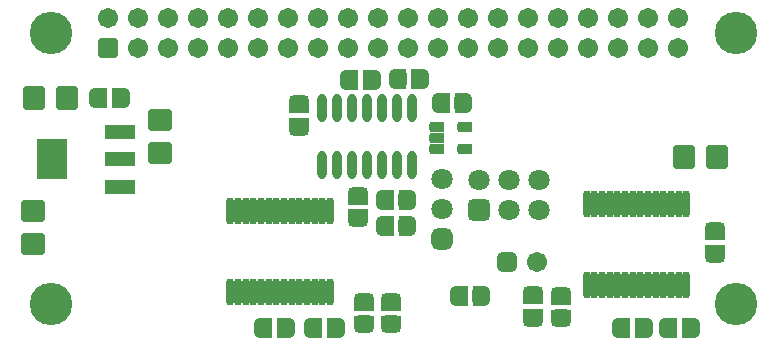
<source format=gts>
G04 Layer_Color=8388736*
%FSAX24Y24*%
%MOIN*%
G70*
G01*
G75*
G04:AMPARAMS|DCode=37|XSize=67.1mil|YSize=59.2mil|CornerRadius=16.8mil|HoleSize=0mil|Usage=FLASHONLY|Rotation=180.000|XOffset=0mil|YOffset=0mil|HoleType=Round|Shape=RoundedRectangle|*
%AMROUNDEDRECTD37*
21,1,0.0671,0.0256,0,0,180.0*
21,1,0.0335,0.0592,0,0,180.0*
1,1,0.0336,-0.0167,0.0128*
1,1,0.0336,0.0167,0.0128*
1,1,0.0336,0.0167,-0.0128*
1,1,0.0336,-0.0167,-0.0128*
%
%ADD37ROUNDEDRECTD37*%
G04:AMPARAMS|DCode=38|XSize=67.1mil|YSize=59.2mil|CornerRadius=16.8mil|HoleSize=0mil|Usage=FLASHONLY|Rotation=90.000|XOffset=0mil|YOffset=0mil|HoleType=Round|Shape=RoundedRectangle|*
%AMROUNDEDRECTD38*
21,1,0.0671,0.0256,0,0,90.0*
21,1,0.0335,0.0592,0,0,90.0*
1,1,0.0336,0.0128,0.0167*
1,1,0.0336,0.0128,-0.0167*
1,1,0.0336,-0.0128,-0.0167*
1,1,0.0336,-0.0128,0.0167*
%
%ADD38ROUNDEDRECTD38*%
%ADD39O,0.0316X0.0946*%
G04:AMPARAMS|DCode=40|XSize=34.4mil|YSize=50mil|CornerRadius=7.3mil|HoleSize=0mil|Usage=FLASHONLY|Rotation=90.000|XOffset=0mil|YOffset=0mil|HoleType=Round|Shape=RoundedRectangle|*
%AMROUNDEDRECTD40*
21,1,0.0344,0.0354,0,0,90.0*
21,1,0.0198,0.0500,0,0,90.0*
1,1,0.0146,0.0177,0.0099*
1,1,0.0146,0.0177,-0.0099*
1,1,0.0146,-0.0177,-0.0099*
1,1,0.0146,-0.0177,0.0099*
%
%ADD40ROUNDEDRECTD40*%
%ADD41O,0.0257X0.0907*%
G04:AMPARAMS|DCode=42|XSize=78.9mil|YSize=73mil|CornerRadius=8.9mil|HoleSize=0mil|Usage=FLASHONLY|Rotation=90.000|XOffset=0mil|YOffset=0mil|HoleType=Round|Shape=RoundedRectangle|*
%AMROUNDEDRECTD42*
21,1,0.0789,0.0552,0,0,90.0*
21,1,0.0611,0.0730,0,0,90.0*
1,1,0.0177,0.0276,0.0306*
1,1,0.0177,0.0276,-0.0306*
1,1,0.0177,-0.0276,-0.0306*
1,1,0.0177,-0.0276,0.0306*
%
%ADD42ROUNDEDRECTD42*%
G04:AMPARAMS|DCode=43|XSize=78.9mil|YSize=73mil|CornerRadius=8.9mil|HoleSize=0mil|Usage=FLASHONLY|Rotation=180.000|XOffset=0mil|YOffset=0mil|HoleType=Round|Shape=RoundedRectangle|*
%AMROUNDEDRECTD43*
21,1,0.0789,0.0552,0,0,180.0*
21,1,0.0611,0.0730,0,0,180.0*
1,1,0.0177,-0.0306,0.0276*
1,1,0.0177,0.0306,0.0276*
1,1,0.0177,0.0306,-0.0276*
1,1,0.0177,-0.0306,-0.0276*
%
%ADD43ROUNDEDRECTD43*%
%ADD44R,0.1025X0.0474*%
%ADD45R,0.1025X0.1379*%
%ADD46R,0.0671X0.0336*%
%ADD47R,0.0336X0.0671*%
%ADD48C,0.0671*%
G04:AMPARAMS|DCode=49|XSize=67.1mil|YSize=67.1mil|CornerRadius=12.9mil|HoleSize=0mil|Usage=FLASHONLY|Rotation=0.000|XOffset=0mil|YOffset=0mil|HoleType=Round|Shape=RoundedRectangle|*
%AMROUNDEDRECTD49*
21,1,0.0671,0.0413,0,0,0.0*
21,1,0.0413,0.0671,0,0,0.0*
1,1,0.0257,0.0207,-0.0207*
1,1,0.0257,-0.0207,-0.0207*
1,1,0.0257,-0.0207,0.0207*
1,1,0.0257,0.0207,0.0207*
%
%ADD49ROUNDEDRECTD49*%
%ADD50C,0.0710*%
G04:AMPARAMS|DCode=51|XSize=71mil|YSize=71mil|CornerRadius=19.7mil|HoleSize=0mil|Usage=FLASHONLY|Rotation=90.000|XOffset=0mil|YOffset=0mil|HoleType=Round|Shape=RoundedRectangle|*
%AMROUNDEDRECTD51*
21,1,0.0710,0.0315,0,0,90.0*
21,1,0.0315,0.0710,0,0,90.0*
1,1,0.0395,0.0157,0.0157*
1,1,0.0395,0.0157,-0.0157*
1,1,0.0395,-0.0157,-0.0157*
1,1,0.0395,-0.0157,0.0157*
%
%ADD51ROUNDEDRECTD51*%
G04:AMPARAMS|DCode=52|XSize=71mil|YSize=71mil|CornerRadius=11.9mil|HoleSize=0mil|Usage=FLASHONLY|Rotation=0.000|XOffset=0mil|YOffset=0mil|HoleType=Round|Shape=RoundedRectangle|*
%AMROUNDEDRECTD52*
21,1,0.0710,0.0472,0,0,0.0*
21,1,0.0472,0.0710,0,0,0.0*
1,1,0.0237,0.0236,-0.0236*
1,1,0.0237,-0.0236,-0.0236*
1,1,0.0237,-0.0236,0.0236*
1,1,0.0237,0.0236,0.0236*
%
%ADD52ROUNDEDRECTD52*%
G04:AMPARAMS|DCode=53|XSize=67.1mil|YSize=67.1mil|CornerRadius=18.8mil|HoleSize=0mil|Usage=FLASHONLY|Rotation=0.000|XOffset=0mil|YOffset=0mil|HoleType=Round|Shape=RoundedRectangle|*
%AMROUNDEDRECTD53*
21,1,0.0671,0.0295,0,0,0.0*
21,1,0.0295,0.0671,0,0,0.0*
1,1,0.0375,0.0148,-0.0148*
1,1,0.0375,-0.0148,-0.0148*
1,1,0.0375,-0.0148,0.0148*
1,1,0.0375,0.0148,0.0148*
%
%ADD53ROUNDEDRECTD53*%
%ADD54C,0.1417*%
D37*
X050984Y032559D02*
D03*
Y031811D02*
D03*
X049016Y034862D02*
D03*
Y035610D02*
D03*
X051181Y028268D02*
D03*
Y029016D02*
D03*
X062894Y031378D02*
D03*
Y030630D02*
D03*
X056841Y028494D02*
D03*
Y029242D02*
D03*
X052087Y028268D02*
D03*
Y029016D02*
D03*
X057746Y029213D02*
D03*
Y028465D02*
D03*
D38*
X051890Y031555D02*
D03*
X052638D02*
D03*
X053061Y036437D02*
D03*
X052313D02*
D03*
X052638Y032402D02*
D03*
X051890D02*
D03*
X051447Y036427D02*
D03*
X050699D02*
D03*
X043091Y035827D02*
D03*
X042343D02*
D03*
X053760Y035659D02*
D03*
X054508D02*
D03*
X049508Y028150D02*
D03*
X050256D02*
D03*
X047835D02*
D03*
X048583D02*
D03*
X061339Y028150D02*
D03*
X062087D02*
D03*
X059764D02*
D03*
X060512D02*
D03*
X055108Y029213D02*
D03*
X054360D02*
D03*
D39*
X049799Y033583D02*
D03*
X050299D02*
D03*
X050799D02*
D03*
X051299D02*
D03*
X051799D02*
D03*
X052299D02*
D03*
X052799D02*
D03*
X049799Y035472D02*
D03*
X050299D02*
D03*
X050799D02*
D03*
X051299D02*
D03*
X051799D02*
D03*
X052299D02*
D03*
X052799D02*
D03*
D40*
X053612Y034862D02*
D03*
Y034488D02*
D03*
Y034114D02*
D03*
X054557D02*
D03*
Y034862D02*
D03*
D41*
X046732Y029341D02*
D03*
X046988D02*
D03*
X047244D02*
D03*
X047500D02*
D03*
X047756D02*
D03*
X048012D02*
D03*
X048268D02*
D03*
X048524D02*
D03*
X048780D02*
D03*
X049035D02*
D03*
X049291D02*
D03*
X049547D02*
D03*
X049803D02*
D03*
X050059D02*
D03*
X046732Y032057D02*
D03*
X046988D02*
D03*
X047244D02*
D03*
X047500D02*
D03*
X047756D02*
D03*
X048012D02*
D03*
X048268D02*
D03*
X048524D02*
D03*
X048780D02*
D03*
X049035D02*
D03*
X049291D02*
D03*
X049547D02*
D03*
X049803D02*
D03*
X050059D02*
D03*
X058612Y029577D02*
D03*
X058868D02*
D03*
X059124D02*
D03*
X059380D02*
D03*
X059636D02*
D03*
X059892D02*
D03*
X060148D02*
D03*
X060404D02*
D03*
X060659D02*
D03*
X060915D02*
D03*
X061171D02*
D03*
X061427D02*
D03*
X061683D02*
D03*
X061939D02*
D03*
X058612Y032293D02*
D03*
X058868D02*
D03*
X059124D02*
D03*
X059380D02*
D03*
X059636D02*
D03*
X059892D02*
D03*
X060148D02*
D03*
X060404D02*
D03*
X060659D02*
D03*
X060915D02*
D03*
X061171D02*
D03*
X061427D02*
D03*
X061683D02*
D03*
X061939D02*
D03*
D42*
X040197Y035827D02*
D03*
X041299D02*
D03*
X062953Y033858D02*
D03*
X061850D02*
D03*
D43*
X040157Y030945D02*
D03*
Y032047D02*
D03*
X044390Y035098D02*
D03*
Y033996D02*
D03*
D44*
X043061Y032864D02*
D03*
Y033770D02*
D03*
Y034675D02*
D03*
D45*
X040778Y033770D02*
D03*
D46*
X050984Y032431D02*
D03*
Y031939D02*
D03*
X049016Y034990D02*
D03*
Y035482D02*
D03*
X051181Y028396D02*
D03*
Y028888D02*
D03*
X062894Y031250D02*
D03*
Y030758D02*
D03*
X056841Y028622D02*
D03*
Y029114D02*
D03*
X052087Y028396D02*
D03*
Y028888D02*
D03*
X057746Y029085D02*
D03*
Y028593D02*
D03*
D47*
X052018Y031555D02*
D03*
X052510D02*
D03*
X052933Y036437D02*
D03*
X052441D02*
D03*
X052510Y032402D02*
D03*
X052018D02*
D03*
X051319Y036427D02*
D03*
X050827D02*
D03*
X042963Y035827D02*
D03*
X042470D02*
D03*
X053888Y035659D02*
D03*
X054380D02*
D03*
X049636Y028150D02*
D03*
X050128D02*
D03*
X047963D02*
D03*
X048455D02*
D03*
X061467D02*
D03*
X061959D02*
D03*
X059892D02*
D03*
X060384D02*
D03*
X054980Y029213D02*
D03*
X054488D02*
D03*
D48*
X055665Y038492D02*
D03*
X056665D02*
D03*
X057665D02*
D03*
X058665D02*
D03*
X061665D02*
D03*
X060665D02*
D03*
X059665D02*
D03*
Y037492D02*
D03*
X060665D02*
D03*
X061665D02*
D03*
X058665D02*
D03*
X057665D02*
D03*
X056665D02*
D03*
X055665D02*
D03*
X047665D02*
D03*
X043665D02*
D03*
X048665D02*
D03*
X044665D02*
D03*
X049665D02*
D03*
X045665D02*
D03*
X050665D02*
D03*
X046665D02*
D03*
X051665D02*
D03*
X054665D02*
D03*
X053665D02*
D03*
X052665D02*
D03*
Y038492D02*
D03*
X053665D02*
D03*
X054665D02*
D03*
X051665D02*
D03*
X046665D02*
D03*
X050665D02*
D03*
X045665D02*
D03*
X049665D02*
D03*
X044665D02*
D03*
X048665D02*
D03*
X043665D02*
D03*
X047665D02*
D03*
X042665D02*
D03*
X056965Y030364D02*
D03*
D49*
X042665Y037492D02*
D03*
D50*
X053780Y033100D02*
D03*
Y032100D02*
D03*
X055039Y033091D02*
D03*
X056039Y032091D02*
D03*
Y033091D02*
D03*
X057039Y032091D02*
D03*
Y033091D02*
D03*
D51*
X053780Y031100D02*
D03*
D52*
X055039Y032091D02*
D03*
D53*
X055965Y030364D02*
D03*
D54*
X063583Y037992D02*
D03*
Y028937D02*
D03*
X040748D02*
D03*
Y037992D02*
D03*
M02*

</source>
